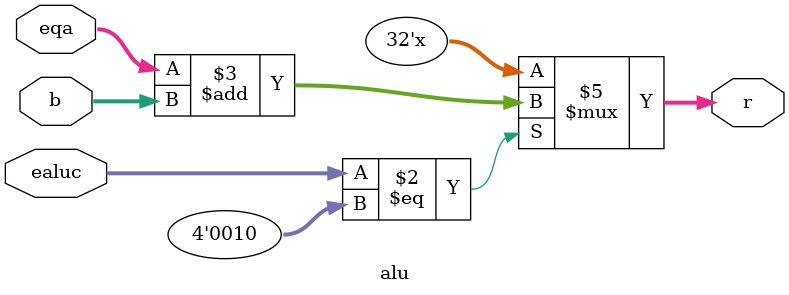
<source format=v>
`timescale 1ns / 1ps


module alu(
    input [31:0] eqa,
    input [31:0] b,
    input [3:0] ealuc,
    output reg [31:0] r
    );
    
    always @(*) begin
        if (ealuc == 4'b0010)
        begin
            r = eqa + b;
        end
    end
endmodule

</source>
